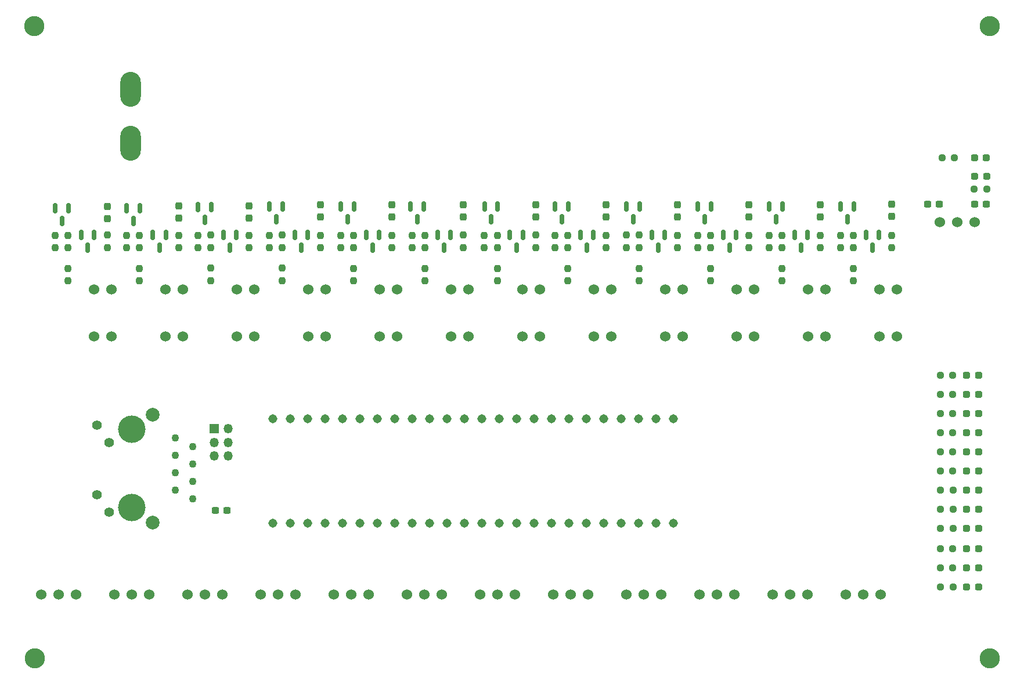
<source format=gts>
%TF.GenerationSoftware,KiCad,Pcbnew,(6.0.10)*%
%TF.CreationDate,2022-12-28T18:35:22-06:00*%
%TF.ProjectId,Hardware_Rev1,48617264-7761-4726-955f-526576312e6b,rev?*%
%TF.SameCoordinates,Original*%
%TF.FileFunction,Soldermask,Top*%
%TF.FilePolarity,Negative*%
%FSLAX46Y46*%
G04 Gerber Fmt 4.6, Leading zero omitted, Abs format (unit mm)*
G04 Created by KiCad (PCBNEW (6.0.10)) date 2022-12-28 18:35:22*
%MOMM*%
%LPD*%
G01*
G04 APERTURE LIST*
G04 Aperture macros list*
%AMRoundRect*
0 Rectangle with rounded corners*
0 $1 Rounding radius*
0 $2 $3 $4 $5 $6 $7 $8 $9 X,Y pos of 4 corners*
0 Add a 4 corners polygon primitive as box body*
4,1,4,$2,$3,$4,$5,$6,$7,$8,$9,$2,$3,0*
0 Add four circle primitives for the rounded corners*
1,1,$1+$1,$2,$3*
1,1,$1+$1,$4,$5*
1,1,$1+$1,$6,$7*
1,1,$1+$1,$8,$9*
0 Add four rect primitives between the rounded corners*
20,1,$1+$1,$2,$3,$4,$5,0*
20,1,$1+$1,$4,$5,$6,$7,0*
20,1,$1+$1,$6,$7,$8,$9,0*
20,1,$1+$1,$8,$9,$2,$3,0*%
G04 Aperture macros list end*
%ADD10C,1.524000*%
%ADD11RoundRect,0.237500X-0.237500X0.250000X-0.237500X-0.250000X0.237500X-0.250000X0.237500X0.250000X0*%
%ADD12C,1.100000*%
%ADD13C,1.400000*%
%ADD14C,4.000000*%
%ADD15C,2.000000*%
%ADD16RoundRect,0.150000X-0.150000X0.587500X-0.150000X-0.587500X0.150000X-0.587500X0.150000X0.587500X0*%
%ADD17RoundRect,0.237500X-0.237500X0.287500X-0.237500X-0.287500X0.237500X-0.287500X0.237500X0.287500X0*%
%ADD18RoundRect,0.237500X0.237500X-0.250000X0.237500X0.250000X-0.237500X0.250000X-0.237500X-0.250000X0*%
%ADD19RoundRect,0.237500X0.287500X0.237500X-0.287500X0.237500X-0.287500X-0.237500X0.287500X-0.237500X0*%
%ADD20RoundRect,0.237500X0.250000X0.237500X-0.250000X0.237500X-0.250000X-0.237500X0.250000X-0.237500X0*%
%ADD21RoundRect,0.237500X0.300000X0.237500X-0.300000X0.237500X-0.300000X-0.237500X0.300000X-0.237500X0*%
%ADD22R,1.350000X1.350000*%
%ADD23O,1.350000X1.350000*%
%ADD24O,3.000000X5.100000*%
%ADD25RoundRect,0.237500X-0.250000X-0.237500X0.250000X-0.237500X0.250000X0.237500X-0.250000X0.237500X0*%
%ADD26C,1.308000*%
%ADD27C,2.946400*%
%ADD28RoundRect,0.237500X-0.287500X-0.237500X0.287500X-0.237500X0.287500X0.237500X-0.287500X0.237500X0*%
%ADD29RoundRect,0.237500X-0.300000X-0.237500X0.300000X-0.237500X0.300000X0.237500X-0.300000X0.237500X0*%
G04 APERTURE END LIST*
D10*
X171196000Y-134620000D03*
X173736000Y-134620000D03*
X176276000Y-134620000D03*
X92837000Y-90019500D03*
X95377000Y-90019500D03*
D11*
X172339000Y-86971500D03*
X172339000Y-88796500D03*
D10*
X103251000Y-90019500D03*
X105791000Y-90019500D03*
D12*
X73452000Y-111760000D03*
X75992000Y-113030000D03*
X73452000Y-114300000D03*
X75992000Y-115570000D03*
X73452000Y-116840000D03*
X75992000Y-118110000D03*
X73452000Y-119380000D03*
X75992000Y-120650000D03*
D13*
X62022000Y-109880000D03*
X63812000Y-112420000D03*
X62022000Y-119990000D03*
X63812000Y-122530000D03*
D14*
X67102000Y-110490000D03*
X67102000Y-121920000D03*
D15*
X70152000Y-124080000D03*
X70152000Y-108330000D03*
D10*
X124079000Y-90019500D03*
X126619000Y-90019500D03*
D11*
X99441000Y-86971500D03*
X99441000Y-88796500D03*
D16*
X144841000Y-82120500D03*
X142941000Y-82120500D03*
X143891000Y-83995500D03*
D11*
X57785000Y-82145500D03*
X57785000Y-83970500D03*
D17*
X63500000Y-77992000D03*
X63500000Y-79742000D03*
D11*
X84201000Y-82169000D03*
X84201000Y-83994000D03*
D18*
X107950000Y-83970500D03*
X107950000Y-82145500D03*
D10*
X92837000Y-96877500D03*
X95377000Y-96877500D03*
D19*
X190613000Y-119380000D03*
X188863000Y-119380000D03*
D18*
X55880000Y-83970500D03*
X55880000Y-82145500D03*
D19*
X190613000Y-127889000D03*
X188863000Y-127889000D03*
D16*
X141158000Y-77929500D03*
X139258000Y-77929500D03*
X140208000Y-79804500D03*
X172400000Y-77929500D03*
X170500000Y-77929500D03*
X171450000Y-79804500D03*
D18*
X76708000Y-83970500D03*
X76708000Y-82145500D03*
D11*
X73914000Y-82145500D03*
X73914000Y-83970500D03*
D20*
X186864000Y-119380000D03*
X185039000Y-119380000D03*
D21*
X184885500Y-77597000D03*
X183160500Y-77597000D03*
D16*
X130744000Y-77929500D03*
X128844000Y-77929500D03*
X129794000Y-79804500D03*
D11*
X78613000Y-86948000D03*
X78613000Y-88773000D03*
D22*
X79137000Y-110395000D03*
D23*
X81137000Y-110395000D03*
X79137000Y-112395000D03*
X81137000Y-112395000D03*
X79137000Y-114395000D03*
X81137000Y-114395000D03*
D10*
X113665000Y-96877500D03*
X116205000Y-96877500D03*
D11*
X68199000Y-82145500D03*
X68199000Y-83970500D03*
D17*
X84201000Y-77879000D03*
X84201000Y-79629000D03*
D10*
X176149000Y-96875600D03*
X178689000Y-96875600D03*
D17*
X73914000Y-77879000D03*
X73914000Y-79629000D03*
D19*
X190613000Y-105410000D03*
X188863000Y-105410000D03*
D10*
X117856000Y-134620000D03*
X120396000Y-134620000D03*
X122936000Y-134620000D03*
X61595000Y-96877500D03*
X64135000Y-96877500D03*
D18*
X87122000Y-83970500D03*
X87122000Y-82145500D03*
D19*
X190613000Y-130683000D03*
X188863000Y-130683000D03*
X190613000Y-116586000D03*
X188863000Y-116586000D03*
X191756000Y-70866000D03*
X190006000Y-70866000D03*
X190613000Y-122174000D03*
X188863000Y-122174000D03*
D10*
X53848000Y-134620000D03*
X56388000Y-134620000D03*
X58928000Y-134620000D03*
D11*
X172339000Y-82145500D03*
X172339000Y-83970500D03*
D16*
X92771000Y-82120500D03*
X90871000Y-82120500D03*
X91821000Y-83995500D03*
D11*
X141097000Y-86971500D03*
X141097000Y-88796500D03*
D19*
X190599000Y-108204000D03*
X188849000Y-108204000D03*
X190613000Y-102616000D03*
X188863000Y-102616000D03*
D18*
X97536000Y-83970500D03*
X97536000Y-82145500D03*
X139192000Y-83947000D03*
X139192000Y-82122000D03*
D24*
X66935400Y-60875000D03*
X66935400Y-68749000D03*
D18*
X128778000Y-83970500D03*
X128778000Y-82145500D03*
D20*
X186864000Y-133477000D03*
X185039000Y-133477000D03*
D17*
X105029000Y-77738000D03*
X105029000Y-79488000D03*
D16*
X113599000Y-82120500D03*
X111699000Y-82120500D03*
X112649000Y-83995500D03*
D18*
X118491000Y-83970500D03*
X118491000Y-82145500D03*
D10*
X72009000Y-90019500D03*
X74549000Y-90019500D03*
X72009000Y-96877500D03*
X74549000Y-96877500D03*
D11*
X141097000Y-82122000D03*
X141097000Y-83947000D03*
D17*
X157099000Y-77738000D03*
X157099000Y-79488000D03*
D20*
X186840500Y-110998000D03*
X185015500Y-110998000D03*
D11*
X89027000Y-86948000D03*
X89027000Y-88773000D03*
X151511000Y-82145500D03*
X151511000Y-83970500D03*
X120396000Y-82145500D03*
X120396000Y-83970500D03*
D10*
X165735000Y-96875600D03*
X168275000Y-96875600D03*
D11*
X136271000Y-82145500D03*
X136271000Y-83970500D03*
D20*
X186840500Y-102616000D03*
X185015500Y-102616000D03*
D25*
X185250750Y-70866000D03*
X187075750Y-70866000D03*
D16*
X89088000Y-77929500D03*
X87188000Y-77929500D03*
X88138000Y-79804500D03*
D10*
X75184000Y-134620000D03*
X77724000Y-134620000D03*
X80264000Y-134620000D03*
D11*
X115443000Y-82122000D03*
X115443000Y-83947000D03*
D16*
X103185000Y-82120500D03*
X101285000Y-82120500D03*
X102235000Y-83995500D03*
D10*
X85852000Y-134620000D03*
X88392000Y-134620000D03*
X90932000Y-134620000D03*
X155321000Y-96875600D03*
X157861000Y-96875600D03*
D11*
X146685000Y-82145500D03*
X146685000Y-83970500D03*
X78613000Y-82122000D03*
X78613000Y-83947000D03*
X63500000Y-82122000D03*
X63500000Y-83947000D03*
D26*
X143541000Y-108979500D03*
X141001000Y-108979500D03*
X138461000Y-108979500D03*
X135921000Y-108979500D03*
X110521000Y-108979500D03*
X141001000Y-124219500D03*
X133381000Y-108979500D03*
X130841000Y-108979500D03*
X128301000Y-108979500D03*
X125761000Y-108979500D03*
X123221000Y-108979500D03*
X120681000Y-108979500D03*
X118141000Y-108979500D03*
X115601000Y-108979500D03*
X113061000Y-108979500D03*
X113061000Y-124219500D03*
X115601000Y-124219500D03*
X118141000Y-124219500D03*
X120681000Y-124219500D03*
X123221000Y-124219500D03*
X125761000Y-124219500D03*
X128301000Y-124219500D03*
X130841000Y-124219500D03*
X133381000Y-124219500D03*
X135921000Y-124219500D03*
X138461000Y-124219500D03*
X107981000Y-108979500D03*
X105441000Y-108979500D03*
X102901000Y-108979500D03*
X100361000Y-108979500D03*
X97821000Y-108979500D03*
X95281000Y-108979500D03*
X92741000Y-108979500D03*
X90201000Y-108979500D03*
X87661000Y-108979500D03*
X87661000Y-124219500D03*
X90201000Y-124219500D03*
X92741000Y-124219500D03*
X95281000Y-124219500D03*
X97821000Y-124219500D03*
X100361000Y-124219500D03*
X102901000Y-124219500D03*
X105441000Y-124219500D03*
X107981000Y-124219500D03*
X146081000Y-108979500D03*
X110521000Y-124219500D03*
X143541000Y-124219500D03*
X146081000Y-124219500D03*
D17*
X177927000Y-77611000D03*
X177927000Y-79361000D03*
D11*
X99441000Y-82145500D03*
X99441000Y-83970500D03*
D10*
X165735000Y-90017600D03*
X168275000Y-90017600D03*
D20*
X186840500Y-127889000D03*
X185015500Y-127889000D03*
D25*
X189968500Y-75438000D03*
X191793500Y-75438000D03*
D21*
X80999500Y-122301000D03*
X79274500Y-122301000D03*
D10*
X144907000Y-90019500D03*
X147447000Y-90019500D03*
D16*
X176083000Y-82120500D03*
X174183000Y-82120500D03*
X175133000Y-83995500D03*
D10*
X61595000Y-90019500D03*
X64135000Y-90019500D03*
D19*
X190613000Y-124968000D03*
X188863000Y-124968000D03*
D18*
X66294000Y-83970500D03*
X66294000Y-82145500D03*
D17*
X146685000Y-77738000D03*
X146685000Y-79488000D03*
D10*
X144907000Y-96877500D03*
X147447000Y-96877500D03*
X128524000Y-134620000D03*
X131064000Y-134620000D03*
X133604000Y-134620000D03*
X64516000Y-134620000D03*
X67056000Y-134620000D03*
X69596000Y-134620000D03*
D16*
X165669000Y-82120500D03*
X163769000Y-82120500D03*
X164719000Y-83995500D03*
D11*
X109855000Y-86971500D03*
X109855000Y-88796500D03*
D10*
X107188000Y-134620000D03*
X109728000Y-134620000D03*
X112268000Y-134620000D03*
D27*
X52914420Y-143935580D03*
D11*
X167513000Y-82145500D03*
X167513000Y-83970500D03*
X130683000Y-82145500D03*
X130683000Y-83970500D03*
D16*
X72070000Y-82097000D03*
X70170000Y-82097000D03*
X71120000Y-83972000D03*
X68260000Y-78183500D03*
X66360000Y-78183500D03*
X67310000Y-80058500D03*
D11*
X94615000Y-82145500D03*
X94615000Y-83970500D03*
D20*
X186840500Y-108204000D03*
X185015500Y-108204000D03*
D19*
X190613000Y-113792000D03*
X188863000Y-113792000D03*
D16*
X82357000Y-82120500D03*
X80457000Y-82120500D03*
X81407000Y-83995500D03*
D10*
X134493000Y-96877500D03*
X137033000Y-96877500D03*
D16*
X61595000Y-82072000D03*
X59695000Y-82072000D03*
X60645000Y-83947000D03*
D11*
X68199000Y-86971500D03*
X68199000Y-88796500D03*
D16*
X155255000Y-82120500D03*
X153355000Y-82120500D03*
X154305000Y-83995500D03*
D11*
X161925000Y-82145500D03*
X161925000Y-83970500D03*
X157099000Y-82145500D03*
X157099000Y-83970500D03*
D10*
X82423000Y-90019500D03*
X84963000Y-90019500D03*
D11*
X109855000Y-82145500D03*
X109855000Y-83970500D03*
D16*
X109662000Y-77929500D03*
X107762000Y-77929500D03*
X108712000Y-79804500D03*
X78674000Y-78056500D03*
X76774000Y-78056500D03*
X77724000Y-79931500D03*
D20*
X186864000Y-124968000D03*
X185039000Y-124968000D03*
D11*
X130683000Y-86971500D03*
X130683000Y-88796500D03*
D16*
X151572000Y-77929500D03*
X149672000Y-77929500D03*
X150622000Y-79804500D03*
D11*
X57785000Y-86971500D03*
X57785000Y-88796500D03*
D28*
X190020000Y-73533000D03*
X191770000Y-73533000D03*
D18*
X160020000Y-83970500D03*
X160020000Y-82145500D03*
D10*
X96520000Y-134620000D03*
X99060000Y-134620000D03*
X101600000Y-134620000D03*
X134493000Y-90019500D03*
X137033000Y-90019500D03*
X184912000Y-80264000D03*
X187452000Y-80264000D03*
X189992000Y-80264000D03*
D16*
X57846000Y-78183500D03*
X55946000Y-78183500D03*
X56896000Y-80058500D03*
D18*
X149606000Y-83970500D03*
X149606000Y-82145500D03*
D16*
X99502000Y-77929500D03*
X97602000Y-77929500D03*
X98552000Y-79804500D03*
D17*
X125984000Y-77738000D03*
X125984000Y-79488000D03*
D10*
X149860000Y-134620000D03*
X152400000Y-134620000D03*
X154940000Y-134620000D03*
X160528000Y-134620000D03*
X163068000Y-134620000D03*
X165608000Y-134620000D03*
D16*
X161986000Y-77929500D03*
X160086000Y-77929500D03*
X161036000Y-79804500D03*
D11*
X161925000Y-86971500D03*
X161925000Y-88796500D03*
D16*
X134427000Y-82120500D03*
X132527000Y-82120500D03*
X133477000Y-83995500D03*
D19*
X190627000Y-110998000D03*
X188877000Y-110998000D03*
D16*
X124140000Y-82120500D03*
X122240000Y-82120500D03*
X123190000Y-83995500D03*
D19*
X190627000Y-133477000D03*
X188877000Y-133477000D03*
D17*
X115443000Y-77738000D03*
X115443000Y-79488000D03*
D18*
X170434000Y-83970500D03*
X170434000Y-82145500D03*
D20*
X186840500Y-113792000D03*
X185015500Y-113792000D03*
D10*
X82423000Y-96877500D03*
X84963000Y-96877500D03*
D11*
X125984000Y-82122000D03*
X125984000Y-83947000D03*
D20*
X186840500Y-105410000D03*
X185015500Y-105410000D03*
D27*
X52903120Y-51644420D03*
D10*
X124079000Y-96877500D03*
X126619000Y-96877500D03*
D17*
X167513000Y-77738000D03*
X167513000Y-79488000D03*
D10*
X113665000Y-90019500D03*
X116205000Y-90019500D03*
X176149000Y-90017600D03*
X178689000Y-90017600D03*
D20*
X186864000Y-122174000D03*
X185039000Y-122174000D03*
X186840500Y-116586000D03*
X185015500Y-116586000D03*
X186840500Y-130683000D03*
X185015500Y-130683000D03*
D11*
X177927000Y-82145500D03*
X177927000Y-83970500D03*
D29*
X190018500Y-77597000D03*
X191743500Y-77597000D03*
D10*
X155321000Y-90017600D03*
X157861000Y-90017600D03*
D27*
X192206880Y-143946880D03*
D11*
X89027000Y-82122000D03*
X89027000Y-83947000D03*
D16*
X120457000Y-77929500D03*
X118557000Y-77929500D03*
X119507000Y-79804500D03*
D17*
X136271000Y-77738000D03*
X136271000Y-79488000D03*
D27*
X192195580Y-51644420D03*
D10*
X103251000Y-96877500D03*
X105791000Y-96877500D03*
D11*
X120396000Y-86971500D03*
X120396000Y-88796500D03*
X151511000Y-86971500D03*
X151511000Y-88796500D03*
X105029000Y-82145500D03*
X105029000Y-83970500D03*
D10*
X139192000Y-134620000D03*
X141732000Y-134620000D03*
X144272000Y-134620000D03*
D17*
X94615000Y-77738000D03*
X94615000Y-79488000D03*
M02*

</source>
